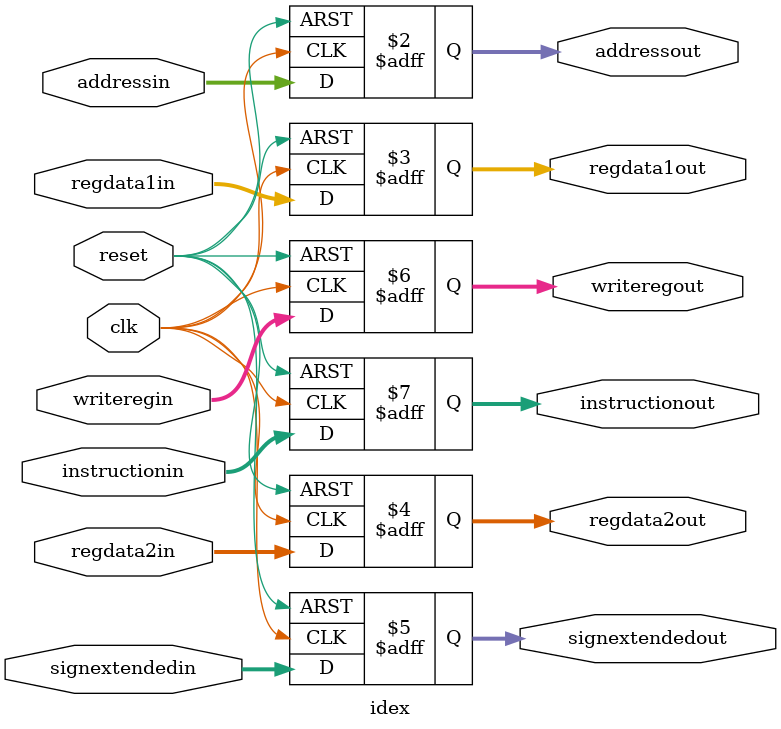
<source format=v>
module idex (
input clk,   /// wrong 
input reset, // more inputs
input [31:0] addressin,  // sorrect 
input [31:0] regdata1in,
input [31:0] regdata2in,
input [31:0] signextendedin,
input [4:0] writeregin,
input [31:0] instructionin,

output reg [31:0] addressout,
output reg [31:0] regdata1out,
output reg [31:0] regdata2out,
output reg [31:0] signextendedout,
output reg [4:0] writeregout,
output reg [31:0] instructionout


);


always @(posedge clk or posedge reset)
begin
	if(reset)
	begin
	addressout <= 32'b00000000000000000000000000000000;
	regdata1out <= 32'b00000000000000000000000000000000;
	regdata2out <= 32'b00000000000000000000000000000000;
	signextendedout <= 32'b00000000000000000000000000000000;
	writeregout <= 5'b00000;
	instructionout <= 32'b00000000000000000000000000000000;
	end
	
	else
	begin
	addressout <= addressin;
	regdata1out <= regdata1in;
	regdata2out <= regdata2in;
	signextendedout <= signextendedin ;
	writeregout <= writeregin;
	instructionout <= instructionin;
	end
	
end
endmodule
</source>
